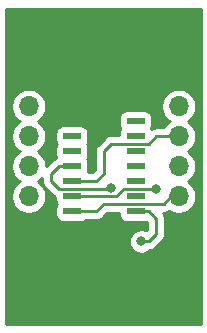
<source format=gbr>
%TF.GenerationSoftware,KiCad,Pcbnew,(5.1.10)-1*%
%TF.CreationDate,2021-09-07T19:43:19+10:00*%
%TF.ProjectId,BasicSwitchBO-logic,42617369-6353-4776-9974-6368424f2d6c,rev?*%
%TF.SameCoordinates,Original*%
%TF.FileFunction,Copper,L2,Bot*%
%TF.FilePolarity,Positive*%
%FSLAX46Y46*%
G04 Gerber Fmt 4.6, Leading zero omitted, Abs format (unit mm)*
G04 Created by KiCad (PCBNEW (5.1.10)-1) date 2021-09-07 19:43:19*
%MOMM*%
%LPD*%
G01*
G04 APERTURE LIST*
%TA.AperFunction,SMDPad,CuDef*%
%ADD10R,1.500000X0.600000*%
%TD*%
%TA.AperFunction,ComponentPad*%
%ADD11R,1.700000X1.700000*%
%TD*%
%TA.AperFunction,ComponentPad*%
%ADD12O,1.700000X1.700000*%
%TD*%
%TA.AperFunction,ComponentPad*%
%ADD13C,6.400000*%
%TD*%
%TA.AperFunction,ComponentPad*%
%ADD14C,0.800000*%
%TD*%
%TA.AperFunction,ViaPad*%
%ADD15C,0.800000*%
%TD*%
%TA.AperFunction,Conductor*%
%ADD16C,0.250000*%
%TD*%
%TA.AperFunction,Conductor*%
%ADD17C,0.254000*%
%TD*%
%TA.AperFunction,Conductor*%
%ADD18C,0.100000*%
%TD*%
G04 APERTURE END LIST*
D10*
%TO.P,U2,1*%
%TO.N,Net-(J2-Pad2)*%
X170655000Y-109220000D03*
%TO.P,U2,2*%
%TO.N,Net-(U1-Pad2)*%
X170655000Y-107950000D03*
%TO.P,U2,3*%
%TO.N,Net-(J2-Pad4)*%
X170655000Y-106680000D03*
%TO.P,U2,4*%
%TO.N,Net-(U1-Pad1)*%
X170655000Y-105410000D03*
%TO.P,U2,5*%
%TO.N,N/C*%
X170655000Y-104140000D03*
%TO.P,U2,6*%
X170655000Y-102870000D03*
%TO.P,U2,7*%
%TO.N,GND*%
X170655000Y-101600000D03*
%TO.P,U2,8*%
%TO.N,N/C*%
X176055000Y-101600000D03*
%TO.P,U2,9*%
X176055000Y-102870000D03*
%TO.P,U2,10*%
X176055000Y-104140000D03*
%TO.P,U2,11*%
X176055000Y-105410000D03*
%TO.P,U2,12*%
X176055000Y-106680000D03*
%TO.P,U2,13*%
X176055000Y-107950000D03*
%TO.P,U2,14*%
%TO.N,VCC*%
X176055000Y-109220000D03*
%TD*%
D11*
%TO.P,J2,1*%
%TO.N,GND*%
X179705000Y-110490000D03*
D12*
%TO.P,J2,2*%
%TO.N,Net-(J2-Pad2)*%
X179705000Y-107950000D03*
%TO.P,J2,3*%
%TO.N,Net-(J2-Pad3)*%
X179705000Y-105410000D03*
%TO.P,J2,4*%
%TO.N,Net-(J2-Pad4)*%
X179705000Y-102870000D03*
%TO.P,J2,5*%
%TO.N,VCC*%
X179705000Y-100330000D03*
%TD*%
D11*
%TO.P,J1,1*%
%TO.N,GND*%
X167005000Y-110490000D03*
D12*
%TO.P,J1,2*%
%TO.N,Net-(J1-Pad2)*%
X167005000Y-107950000D03*
%TO.P,J1,3*%
%TO.N,Net-(J1-Pad3)*%
X167005000Y-105410000D03*
%TO.P,J1,4*%
%TO.N,Net-(J1-Pad4)*%
X167005000Y-102870000D03*
%TO.P,J1,5*%
%TO.N,VCC*%
X167005000Y-100330000D03*
%TD*%
D13*
%TO.P,H2,1*%
%TO.N,GND*%
X173355000Y-115570000D03*
D14*
X175755000Y-115570000D03*
X175052056Y-117267056D03*
X173355000Y-117970000D03*
X171657944Y-117267056D03*
X170955000Y-115570000D03*
X171657944Y-113872944D03*
X173355000Y-113170000D03*
X175052056Y-113872944D03*
%TD*%
D13*
%TO.P,H1,1*%
%TO.N,GND*%
X173355000Y-95250000D03*
D14*
X175755000Y-95250000D03*
X175052056Y-96947056D03*
X173355000Y-97650000D03*
X171657944Y-96947056D03*
X170955000Y-95250000D03*
X171657944Y-93552944D03*
X173355000Y-92850000D03*
X175052056Y-93552944D03*
%TD*%
D15*
%TO.N,GND*%
X173355000Y-100965000D03*
%TO.N,VCC*%
X176530000Y-111760000D03*
%TO.N,Net-(U1-Pad1)*%
X173990000Y-107224990D03*
%TO.N,Net-(U1-Pad2)*%
X177800000Y-107315000D03*
%TD*%
D16*
%TO.N,VCC*%
X176055000Y-109220000D02*
X177165000Y-109220000D01*
X177165000Y-109220000D02*
X177800000Y-109855000D01*
X177800000Y-109855000D02*
X177800000Y-111125000D01*
X177165000Y-111760000D02*
X176530000Y-111760000D01*
X177800000Y-111125000D02*
X177165000Y-111760000D01*
%TO.N,Net-(J2-Pad2)*%
X179705000Y-107950000D02*
X179070000Y-107950000D01*
X178425001Y-108594999D02*
X173345001Y-108594999D01*
X179070000Y-107950000D02*
X178425001Y-108594999D01*
X172720000Y-109220000D02*
X170655000Y-109220000D01*
X173345001Y-108594999D02*
X172720000Y-109220000D01*
%TO.N,Net-(J2-Pad4)*%
X170655000Y-106680000D02*
X172720000Y-106680000D01*
X172720000Y-106680000D02*
X173355000Y-106045000D01*
X173355000Y-106045000D02*
X173355000Y-104140000D01*
X173999999Y-103495001D02*
X177174999Y-103495001D01*
X173355000Y-104140000D02*
X173999999Y-103495001D01*
X177800000Y-102870000D02*
X179705000Y-102870000D01*
X177174999Y-103495001D02*
X177800000Y-102870000D01*
%TO.N,Net-(U1-Pad1)*%
X173899990Y-107315000D02*
X173990000Y-107224990D01*
X168910000Y-106680000D02*
X169545000Y-107315000D01*
X169545000Y-107315000D02*
X173899990Y-107315000D01*
X170655000Y-105410000D02*
X169545000Y-105410000D01*
X169545000Y-105410000D02*
X168910000Y-106045000D01*
X168910000Y-106045000D02*
X168910000Y-106680000D01*
%TO.N,Net-(U1-Pad2)*%
X170655000Y-107950000D02*
X174419998Y-107950000D01*
X174419998Y-107950000D02*
X175054998Y-107315000D01*
X175054998Y-107315000D02*
X177055002Y-107315000D01*
X177055002Y-107315000D02*
X177800000Y-107315000D01*
X177800000Y-107315000D02*
X177800000Y-107315000D01*
%TD*%
D17*
%TO.N,GND*%
X181585001Y-118720000D02*
X165125000Y-118720000D01*
X165125000Y-100183740D01*
X165520000Y-100183740D01*
X165520000Y-100476260D01*
X165577068Y-100763158D01*
X165689010Y-101033411D01*
X165851525Y-101276632D01*
X166058368Y-101483475D01*
X166232760Y-101600000D01*
X166058368Y-101716525D01*
X165851525Y-101923368D01*
X165689010Y-102166589D01*
X165577068Y-102436842D01*
X165520000Y-102723740D01*
X165520000Y-103016260D01*
X165577068Y-103303158D01*
X165689010Y-103573411D01*
X165851525Y-103816632D01*
X166058368Y-104023475D01*
X166232760Y-104140000D01*
X166058368Y-104256525D01*
X165851525Y-104463368D01*
X165689010Y-104706589D01*
X165577068Y-104976842D01*
X165520000Y-105263740D01*
X165520000Y-105556260D01*
X165577068Y-105843158D01*
X165689010Y-106113411D01*
X165851525Y-106356632D01*
X166058368Y-106563475D01*
X166232760Y-106680000D01*
X166058368Y-106796525D01*
X165851525Y-107003368D01*
X165689010Y-107246589D01*
X165577068Y-107516842D01*
X165520000Y-107803740D01*
X165520000Y-108096260D01*
X165577068Y-108383158D01*
X165689010Y-108653411D01*
X165851525Y-108896632D01*
X166058368Y-109103475D01*
X166301589Y-109265990D01*
X166571842Y-109377932D01*
X166858740Y-109435000D01*
X167151260Y-109435000D01*
X167438158Y-109377932D01*
X167708411Y-109265990D01*
X167951632Y-109103475D01*
X168158475Y-108896632D01*
X168320990Y-108653411D01*
X168432932Y-108383158D01*
X168490000Y-108096260D01*
X168490000Y-107803740D01*
X168432932Y-107516842D01*
X168320990Y-107246589D01*
X168158475Y-107003368D01*
X167951632Y-106796525D01*
X167777240Y-106680000D01*
X167951632Y-106563475D01*
X168150000Y-106365107D01*
X168150000Y-106642678D01*
X168146324Y-106680000D01*
X168150000Y-106717322D01*
X168150000Y-106717333D01*
X168160997Y-106828986D01*
X168204454Y-106972247D01*
X168221089Y-107003368D01*
X168275026Y-107104276D01*
X168342362Y-107186324D01*
X168370000Y-107220001D01*
X168398998Y-107243799D01*
X168981200Y-107826002D01*
X169004999Y-107855001D01*
X169033997Y-107878799D01*
X169120724Y-107949974D01*
X169252753Y-108020546D01*
X169266928Y-108024846D01*
X169266928Y-108250000D01*
X169279188Y-108374482D01*
X169315498Y-108494180D01*
X169364043Y-108585000D01*
X169315498Y-108675820D01*
X169279188Y-108795518D01*
X169266928Y-108920000D01*
X169266928Y-109520000D01*
X169279188Y-109644482D01*
X169315498Y-109764180D01*
X169374463Y-109874494D01*
X169453815Y-109971185D01*
X169550506Y-110050537D01*
X169660820Y-110109502D01*
X169780518Y-110145812D01*
X169905000Y-110158072D01*
X171405000Y-110158072D01*
X171529482Y-110145812D01*
X171649180Y-110109502D01*
X171759494Y-110050537D01*
X171845444Y-109980000D01*
X172682678Y-109980000D01*
X172720000Y-109983676D01*
X172757322Y-109980000D01*
X172757333Y-109980000D01*
X172868986Y-109969003D01*
X173012247Y-109925546D01*
X173144276Y-109854974D01*
X173260001Y-109760001D01*
X173283803Y-109730998D01*
X173659803Y-109354999D01*
X174666928Y-109354999D01*
X174666928Y-109520000D01*
X174679188Y-109644482D01*
X174715498Y-109764180D01*
X174774463Y-109874494D01*
X174853815Y-109971185D01*
X174950506Y-110050537D01*
X175060820Y-110109502D01*
X175180518Y-110145812D01*
X175305000Y-110158072D01*
X176805000Y-110158072D01*
X176929482Y-110145812D01*
X176995871Y-110125673D01*
X177040000Y-110169802D01*
X177040001Y-110810198D01*
X177011168Y-110839031D01*
X176831898Y-110764774D01*
X176631939Y-110725000D01*
X176428061Y-110725000D01*
X176228102Y-110764774D01*
X176039744Y-110842795D01*
X175870226Y-110956063D01*
X175726063Y-111100226D01*
X175612795Y-111269744D01*
X175534774Y-111458102D01*
X175495000Y-111658061D01*
X175495000Y-111861939D01*
X175534774Y-112061898D01*
X175612795Y-112250256D01*
X175726063Y-112419774D01*
X175870226Y-112563937D01*
X176039744Y-112677205D01*
X176228102Y-112755226D01*
X176428061Y-112795000D01*
X176631939Y-112795000D01*
X176831898Y-112755226D01*
X177020256Y-112677205D01*
X177189774Y-112563937D01*
X177237139Y-112516572D01*
X177313986Y-112509003D01*
X177457247Y-112465546D01*
X177589276Y-112394974D01*
X177705001Y-112300001D01*
X177728803Y-112270998D01*
X178311002Y-111688800D01*
X178340001Y-111665001D01*
X178434974Y-111549276D01*
X178505546Y-111417247D01*
X178549003Y-111273986D01*
X178560000Y-111162333D01*
X178563677Y-111125000D01*
X178560000Y-111087667D01*
X178560000Y-109892333D01*
X178563677Y-109855000D01*
X178549003Y-109706014D01*
X178505546Y-109562753D01*
X178434974Y-109430724D01*
X178372828Y-109354999D01*
X178387679Y-109354999D01*
X178425001Y-109358675D01*
X178462323Y-109354999D01*
X178462334Y-109354999D01*
X178573987Y-109344002D01*
X178717248Y-109300545D01*
X178849277Y-109229973D01*
X178893441Y-109193728D01*
X179001589Y-109265990D01*
X179271842Y-109377932D01*
X179558740Y-109435000D01*
X179851260Y-109435000D01*
X180138158Y-109377932D01*
X180408411Y-109265990D01*
X180651632Y-109103475D01*
X180858475Y-108896632D01*
X181020990Y-108653411D01*
X181132932Y-108383158D01*
X181190000Y-108096260D01*
X181190000Y-107803740D01*
X181132932Y-107516842D01*
X181020990Y-107246589D01*
X180858475Y-107003368D01*
X180651632Y-106796525D01*
X180477240Y-106680000D01*
X180651632Y-106563475D01*
X180858475Y-106356632D01*
X181020990Y-106113411D01*
X181132932Y-105843158D01*
X181190000Y-105556260D01*
X181190000Y-105263740D01*
X181132932Y-104976842D01*
X181020990Y-104706589D01*
X180858475Y-104463368D01*
X180651632Y-104256525D01*
X180477240Y-104140000D01*
X180651632Y-104023475D01*
X180858475Y-103816632D01*
X181020990Y-103573411D01*
X181132932Y-103303158D01*
X181190000Y-103016260D01*
X181190000Y-102723740D01*
X181132932Y-102436842D01*
X181020990Y-102166589D01*
X180858475Y-101923368D01*
X180651632Y-101716525D01*
X180477240Y-101600000D01*
X180651632Y-101483475D01*
X180858475Y-101276632D01*
X181020990Y-101033411D01*
X181132932Y-100763158D01*
X181190000Y-100476260D01*
X181190000Y-100183740D01*
X181132932Y-99896842D01*
X181020990Y-99626589D01*
X180858475Y-99383368D01*
X180651632Y-99176525D01*
X180408411Y-99014010D01*
X180138158Y-98902068D01*
X179851260Y-98845000D01*
X179558740Y-98845000D01*
X179271842Y-98902068D01*
X179001589Y-99014010D01*
X178758368Y-99176525D01*
X178551525Y-99383368D01*
X178389010Y-99626589D01*
X178277068Y-99896842D01*
X178220000Y-100183740D01*
X178220000Y-100476260D01*
X178277068Y-100763158D01*
X178389010Y-101033411D01*
X178551525Y-101276632D01*
X178758368Y-101483475D01*
X178932760Y-101600000D01*
X178758368Y-101716525D01*
X178551525Y-101923368D01*
X178426822Y-102110000D01*
X177837323Y-102110000D01*
X177800000Y-102106324D01*
X177762677Y-102110000D01*
X177762667Y-102110000D01*
X177651014Y-102120997D01*
X177507753Y-102164454D01*
X177375723Y-102235026D01*
X177355043Y-102251998D01*
X177345957Y-102235000D01*
X177394502Y-102144180D01*
X177430812Y-102024482D01*
X177443072Y-101900000D01*
X177443072Y-101300000D01*
X177430812Y-101175518D01*
X177394502Y-101055820D01*
X177335537Y-100945506D01*
X177256185Y-100848815D01*
X177159494Y-100769463D01*
X177049180Y-100710498D01*
X176929482Y-100674188D01*
X176805000Y-100661928D01*
X175305000Y-100661928D01*
X175180518Y-100674188D01*
X175060820Y-100710498D01*
X174950506Y-100769463D01*
X174853815Y-100848815D01*
X174774463Y-100945506D01*
X174715498Y-101055820D01*
X174679188Y-101175518D01*
X174666928Y-101300000D01*
X174666928Y-101900000D01*
X174679188Y-102024482D01*
X174715498Y-102144180D01*
X174764043Y-102235000D01*
X174715498Y-102325820D01*
X174679188Y-102445518D01*
X174666928Y-102570000D01*
X174666928Y-102735001D01*
X174037321Y-102735001D01*
X173999998Y-102731325D01*
X173962675Y-102735001D01*
X173962666Y-102735001D01*
X173851013Y-102745998D01*
X173707752Y-102789455D01*
X173575723Y-102860027D01*
X173459998Y-102955000D01*
X173436199Y-102983999D01*
X172843998Y-103576201D01*
X172815000Y-103599999D01*
X172791202Y-103628997D01*
X172791201Y-103628998D01*
X172720026Y-103715724D01*
X172649454Y-103847754D01*
X172605998Y-103991015D01*
X172591324Y-104140000D01*
X172595001Y-104177332D01*
X172595000Y-105730198D01*
X172405199Y-105920000D01*
X172004870Y-105920000D01*
X172030812Y-105834482D01*
X172043072Y-105710000D01*
X172043072Y-105110000D01*
X172030812Y-104985518D01*
X171994502Y-104865820D01*
X171945957Y-104775000D01*
X171994502Y-104684180D01*
X172030812Y-104564482D01*
X172043072Y-104440000D01*
X172043072Y-103840000D01*
X172030812Y-103715518D01*
X171994502Y-103595820D01*
X171945957Y-103505000D01*
X171994502Y-103414180D01*
X172030812Y-103294482D01*
X172043072Y-103170000D01*
X172043072Y-102570000D01*
X172030812Y-102445518D01*
X171994502Y-102325820D01*
X171935537Y-102215506D01*
X171856185Y-102118815D01*
X171759494Y-102039463D01*
X171649180Y-101980498D01*
X171529482Y-101944188D01*
X171405000Y-101931928D01*
X169905000Y-101931928D01*
X169780518Y-101944188D01*
X169660820Y-101980498D01*
X169550506Y-102039463D01*
X169453815Y-102118815D01*
X169374463Y-102215506D01*
X169315498Y-102325820D01*
X169279188Y-102445518D01*
X169266928Y-102570000D01*
X169266928Y-103170000D01*
X169279188Y-103294482D01*
X169315498Y-103414180D01*
X169364043Y-103505000D01*
X169315498Y-103595820D01*
X169279188Y-103715518D01*
X169266928Y-103840000D01*
X169266928Y-104440000D01*
X169279188Y-104564482D01*
X169315498Y-104684180D01*
X169316069Y-104685248D01*
X169252753Y-104704454D01*
X169120724Y-104775026D01*
X169004999Y-104869999D01*
X168981200Y-104898998D01*
X168490000Y-105390199D01*
X168490000Y-105263740D01*
X168432932Y-104976842D01*
X168320990Y-104706589D01*
X168158475Y-104463368D01*
X167951632Y-104256525D01*
X167777240Y-104140000D01*
X167951632Y-104023475D01*
X168158475Y-103816632D01*
X168320990Y-103573411D01*
X168432932Y-103303158D01*
X168490000Y-103016260D01*
X168490000Y-102723740D01*
X168432932Y-102436842D01*
X168320990Y-102166589D01*
X168158475Y-101923368D01*
X167951632Y-101716525D01*
X167777240Y-101600000D01*
X167951632Y-101483475D01*
X168158475Y-101276632D01*
X168320990Y-101033411D01*
X168432932Y-100763158D01*
X168490000Y-100476260D01*
X168490000Y-100183740D01*
X168432932Y-99896842D01*
X168320990Y-99626589D01*
X168158475Y-99383368D01*
X167951632Y-99176525D01*
X167708411Y-99014010D01*
X167438158Y-98902068D01*
X167151260Y-98845000D01*
X166858740Y-98845000D01*
X166571842Y-98902068D01*
X166301589Y-99014010D01*
X166058368Y-99176525D01*
X165851525Y-99383368D01*
X165689010Y-99626589D01*
X165577068Y-99896842D01*
X165520000Y-100183740D01*
X165125000Y-100183740D01*
X165125000Y-92100000D01*
X181585000Y-92100000D01*
X181585001Y-118720000D01*
%TA.AperFunction,Conductor*%
D18*
G36*
X181585001Y-118720000D02*
G01*
X165125000Y-118720000D01*
X165125000Y-100183740D01*
X165520000Y-100183740D01*
X165520000Y-100476260D01*
X165577068Y-100763158D01*
X165689010Y-101033411D01*
X165851525Y-101276632D01*
X166058368Y-101483475D01*
X166232760Y-101600000D01*
X166058368Y-101716525D01*
X165851525Y-101923368D01*
X165689010Y-102166589D01*
X165577068Y-102436842D01*
X165520000Y-102723740D01*
X165520000Y-103016260D01*
X165577068Y-103303158D01*
X165689010Y-103573411D01*
X165851525Y-103816632D01*
X166058368Y-104023475D01*
X166232760Y-104140000D01*
X166058368Y-104256525D01*
X165851525Y-104463368D01*
X165689010Y-104706589D01*
X165577068Y-104976842D01*
X165520000Y-105263740D01*
X165520000Y-105556260D01*
X165577068Y-105843158D01*
X165689010Y-106113411D01*
X165851525Y-106356632D01*
X166058368Y-106563475D01*
X166232760Y-106680000D01*
X166058368Y-106796525D01*
X165851525Y-107003368D01*
X165689010Y-107246589D01*
X165577068Y-107516842D01*
X165520000Y-107803740D01*
X165520000Y-108096260D01*
X165577068Y-108383158D01*
X165689010Y-108653411D01*
X165851525Y-108896632D01*
X166058368Y-109103475D01*
X166301589Y-109265990D01*
X166571842Y-109377932D01*
X166858740Y-109435000D01*
X167151260Y-109435000D01*
X167438158Y-109377932D01*
X167708411Y-109265990D01*
X167951632Y-109103475D01*
X168158475Y-108896632D01*
X168320990Y-108653411D01*
X168432932Y-108383158D01*
X168490000Y-108096260D01*
X168490000Y-107803740D01*
X168432932Y-107516842D01*
X168320990Y-107246589D01*
X168158475Y-107003368D01*
X167951632Y-106796525D01*
X167777240Y-106680000D01*
X167951632Y-106563475D01*
X168150000Y-106365107D01*
X168150000Y-106642678D01*
X168146324Y-106680000D01*
X168150000Y-106717322D01*
X168150000Y-106717333D01*
X168160997Y-106828986D01*
X168204454Y-106972247D01*
X168221089Y-107003368D01*
X168275026Y-107104276D01*
X168342362Y-107186324D01*
X168370000Y-107220001D01*
X168398998Y-107243799D01*
X168981200Y-107826002D01*
X169004999Y-107855001D01*
X169033997Y-107878799D01*
X169120724Y-107949974D01*
X169252753Y-108020546D01*
X169266928Y-108024846D01*
X169266928Y-108250000D01*
X169279188Y-108374482D01*
X169315498Y-108494180D01*
X169364043Y-108585000D01*
X169315498Y-108675820D01*
X169279188Y-108795518D01*
X169266928Y-108920000D01*
X169266928Y-109520000D01*
X169279188Y-109644482D01*
X169315498Y-109764180D01*
X169374463Y-109874494D01*
X169453815Y-109971185D01*
X169550506Y-110050537D01*
X169660820Y-110109502D01*
X169780518Y-110145812D01*
X169905000Y-110158072D01*
X171405000Y-110158072D01*
X171529482Y-110145812D01*
X171649180Y-110109502D01*
X171759494Y-110050537D01*
X171845444Y-109980000D01*
X172682678Y-109980000D01*
X172720000Y-109983676D01*
X172757322Y-109980000D01*
X172757333Y-109980000D01*
X172868986Y-109969003D01*
X173012247Y-109925546D01*
X173144276Y-109854974D01*
X173260001Y-109760001D01*
X173283803Y-109730998D01*
X173659803Y-109354999D01*
X174666928Y-109354999D01*
X174666928Y-109520000D01*
X174679188Y-109644482D01*
X174715498Y-109764180D01*
X174774463Y-109874494D01*
X174853815Y-109971185D01*
X174950506Y-110050537D01*
X175060820Y-110109502D01*
X175180518Y-110145812D01*
X175305000Y-110158072D01*
X176805000Y-110158072D01*
X176929482Y-110145812D01*
X176995871Y-110125673D01*
X177040000Y-110169802D01*
X177040001Y-110810198D01*
X177011168Y-110839031D01*
X176831898Y-110764774D01*
X176631939Y-110725000D01*
X176428061Y-110725000D01*
X176228102Y-110764774D01*
X176039744Y-110842795D01*
X175870226Y-110956063D01*
X175726063Y-111100226D01*
X175612795Y-111269744D01*
X175534774Y-111458102D01*
X175495000Y-111658061D01*
X175495000Y-111861939D01*
X175534774Y-112061898D01*
X175612795Y-112250256D01*
X175726063Y-112419774D01*
X175870226Y-112563937D01*
X176039744Y-112677205D01*
X176228102Y-112755226D01*
X176428061Y-112795000D01*
X176631939Y-112795000D01*
X176831898Y-112755226D01*
X177020256Y-112677205D01*
X177189774Y-112563937D01*
X177237139Y-112516572D01*
X177313986Y-112509003D01*
X177457247Y-112465546D01*
X177589276Y-112394974D01*
X177705001Y-112300001D01*
X177728803Y-112270998D01*
X178311002Y-111688800D01*
X178340001Y-111665001D01*
X178434974Y-111549276D01*
X178505546Y-111417247D01*
X178549003Y-111273986D01*
X178560000Y-111162333D01*
X178563677Y-111125000D01*
X178560000Y-111087667D01*
X178560000Y-109892333D01*
X178563677Y-109855000D01*
X178549003Y-109706014D01*
X178505546Y-109562753D01*
X178434974Y-109430724D01*
X178372828Y-109354999D01*
X178387679Y-109354999D01*
X178425001Y-109358675D01*
X178462323Y-109354999D01*
X178462334Y-109354999D01*
X178573987Y-109344002D01*
X178717248Y-109300545D01*
X178849277Y-109229973D01*
X178893441Y-109193728D01*
X179001589Y-109265990D01*
X179271842Y-109377932D01*
X179558740Y-109435000D01*
X179851260Y-109435000D01*
X180138158Y-109377932D01*
X180408411Y-109265990D01*
X180651632Y-109103475D01*
X180858475Y-108896632D01*
X181020990Y-108653411D01*
X181132932Y-108383158D01*
X181190000Y-108096260D01*
X181190000Y-107803740D01*
X181132932Y-107516842D01*
X181020990Y-107246589D01*
X180858475Y-107003368D01*
X180651632Y-106796525D01*
X180477240Y-106680000D01*
X180651632Y-106563475D01*
X180858475Y-106356632D01*
X181020990Y-106113411D01*
X181132932Y-105843158D01*
X181190000Y-105556260D01*
X181190000Y-105263740D01*
X181132932Y-104976842D01*
X181020990Y-104706589D01*
X180858475Y-104463368D01*
X180651632Y-104256525D01*
X180477240Y-104140000D01*
X180651632Y-104023475D01*
X180858475Y-103816632D01*
X181020990Y-103573411D01*
X181132932Y-103303158D01*
X181190000Y-103016260D01*
X181190000Y-102723740D01*
X181132932Y-102436842D01*
X181020990Y-102166589D01*
X180858475Y-101923368D01*
X180651632Y-101716525D01*
X180477240Y-101600000D01*
X180651632Y-101483475D01*
X180858475Y-101276632D01*
X181020990Y-101033411D01*
X181132932Y-100763158D01*
X181190000Y-100476260D01*
X181190000Y-100183740D01*
X181132932Y-99896842D01*
X181020990Y-99626589D01*
X180858475Y-99383368D01*
X180651632Y-99176525D01*
X180408411Y-99014010D01*
X180138158Y-98902068D01*
X179851260Y-98845000D01*
X179558740Y-98845000D01*
X179271842Y-98902068D01*
X179001589Y-99014010D01*
X178758368Y-99176525D01*
X178551525Y-99383368D01*
X178389010Y-99626589D01*
X178277068Y-99896842D01*
X178220000Y-100183740D01*
X178220000Y-100476260D01*
X178277068Y-100763158D01*
X178389010Y-101033411D01*
X178551525Y-101276632D01*
X178758368Y-101483475D01*
X178932760Y-101600000D01*
X178758368Y-101716525D01*
X178551525Y-101923368D01*
X178426822Y-102110000D01*
X177837323Y-102110000D01*
X177800000Y-102106324D01*
X177762677Y-102110000D01*
X177762667Y-102110000D01*
X177651014Y-102120997D01*
X177507753Y-102164454D01*
X177375723Y-102235026D01*
X177355043Y-102251998D01*
X177345957Y-102235000D01*
X177394502Y-102144180D01*
X177430812Y-102024482D01*
X177443072Y-101900000D01*
X177443072Y-101300000D01*
X177430812Y-101175518D01*
X177394502Y-101055820D01*
X177335537Y-100945506D01*
X177256185Y-100848815D01*
X177159494Y-100769463D01*
X177049180Y-100710498D01*
X176929482Y-100674188D01*
X176805000Y-100661928D01*
X175305000Y-100661928D01*
X175180518Y-100674188D01*
X175060820Y-100710498D01*
X174950506Y-100769463D01*
X174853815Y-100848815D01*
X174774463Y-100945506D01*
X174715498Y-101055820D01*
X174679188Y-101175518D01*
X174666928Y-101300000D01*
X174666928Y-101900000D01*
X174679188Y-102024482D01*
X174715498Y-102144180D01*
X174764043Y-102235000D01*
X174715498Y-102325820D01*
X174679188Y-102445518D01*
X174666928Y-102570000D01*
X174666928Y-102735001D01*
X174037321Y-102735001D01*
X173999998Y-102731325D01*
X173962675Y-102735001D01*
X173962666Y-102735001D01*
X173851013Y-102745998D01*
X173707752Y-102789455D01*
X173575723Y-102860027D01*
X173459998Y-102955000D01*
X173436199Y-102983999D01*
X172843998Y-103576201D01*
X172815000Y-103599999D01*
X172791202Y-103628997D01*
X172791201Y-103628998D01*
X172720026Y-103715724D01*
X172649454Y-103847754D01*
X172605998Y-103991015D01*
X172591324Y-104140000D01*
X172595001Y-104177332D01*
X172595000Y-105730198D01*
X172405199Y-105920000D01*
X172004870Y-105920000D01*
X172030812Y-105834482D01*
X172043072Y-105710000D01*
X172043072Y-105110000D01*
X172030812Y-104985518D01*
X171994502Y-104865820D01*
X171945957Y-104775000D01*
X171994502Y-104684180D01*
X172030812Y-104564482D01*
X172043072Y-104440000D01*
X172043072Y-103840000D01*
X172030812Y-103715518D01*
X171994502Y-103595820D01*
X171945957Y-103505000D01*
X171994502Y-103414180D01*
X172030812Y-103294482D01*
X172043072Y-103170000D01*
X172043072Y-102570000D01*
X172030812Y-102445518D01*
X171994502Y-102325820D01*
X171935537Y-102215506D01*
X171856185Y-102118815D01*
X171759494Y-102039463D01*
X171649180Y-101980498D01*
X171529482Y-101944188D01*
X171405000Y-101931928D01*
X169905000Y-101931928D01*
X169780518Y-101944188D01*
X169660820Y-101980498D01*
X169550506Y-102039463D01*
X169453815Y-102118815D01*
X169374463Y-102215506D01*
X169315498Y-102325820D01*
X169279188Y-102445518D01*
X169266928Y-102570000D01*
X169266928Y-103170000D01*
X169279188Y-103294482D01*
X169315498Y-103414180D01*
X169364043Y-103505000D01*
X169315498Y-103595820D01*
X169279188Y-103715518D01*
X169266928Y-103840000D01*
X169266928Y-104440000D01*
X169279188Y-104564482D01*
X169315498Y-104684180D01*
X169316069Y-104685248D01*
X169252753Y-104704454D01*
X169120724Y-104775026D01*
X169004999Y-104869999D01*
X168981200Y-104898998D01*
X168490000Y-105390199D01*
X168490000Y-105263740D01*
X168432932Y-104976842D01*
X168320990Y-104706589D01*
X168158475Y-104463368D01*
X167951632Y-104256525D01*
X167777240Y-104140000D01*
X167951632Y-104023475D01*
X168158475Y-103816632D01*
X168320990Y-103573411D01*
X168432932Y-103303158D01*
X168490000Y-103016260D01*
X168490000Y-102723740D01*
X168432932Y-102436842D01*
X168320990Y-102166589D01*
X168158475Y-101923368D01*
X167951632Y-101716525D01*
X167777240Y-101600000D01*
X167951632Y-101483475D01*
X168158475Y-101276632D01*
X168320990Y-101033411D01*
X168432932Y-100763158D01*
X168490000Y-100476260D01*
X168490000Y-100183740D01*
X168432932Y-99896842D01*
X168320990Y-99626589D01*
X168158475Y-99383368D01*
X167951632Y-99176525D01*
X167708411Y-99014010D01*
X167438158Y-98902068D01*
X167151260Y-98845000D01*
X166858740Y-98845000D01*
X166571842Y-98902068D01*
X166301589Y-99014010D01*
X166058368Y-99176525D01*
X165851525Y-99383368D01*
X165689010Y-99626589D01*
X165577068Y-99896842D01*
X165520000Y-100183740D01*
X165125000Y-100183740D01*
X165125000Y-92100000D01*
X181585000Y-92100000D01*
X181585001Y-118720000D01*
G37*
%TD.AperFunction*%
%TD*%
M02*

</source>
